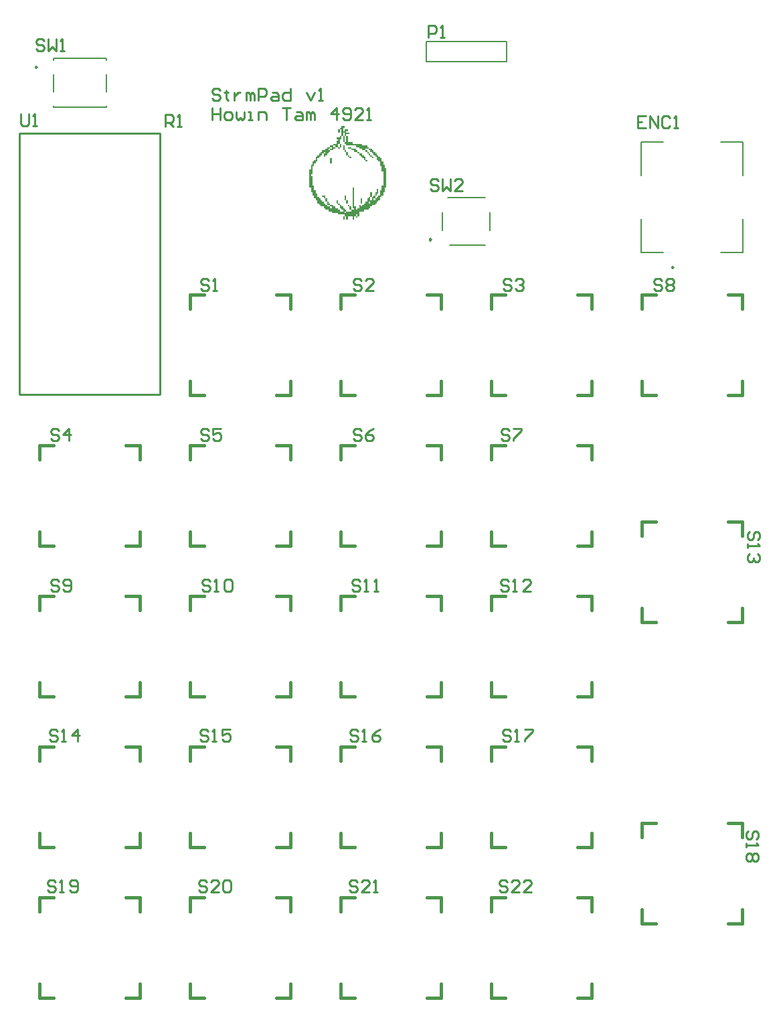
<source format=gto>
G04*
G04 #@! TF.GenerationSoftware,Altium Limited,Altium Designer,21.9.1 (22)*
G04*
G04 Layer_Color=65535*
%FSLAX25Y25*%
%MOIN*%
G70*
G04*
G04 #@! TF.SameCoordinates,29281BF1-B37C-4538-9C3D-308B06FF8435*
G04*
G04*
G04 #@! TF.FilePolarity,Positive*
G04*
G01*
G75*
%ADD10C,0.00984*%
%ADD11C,0.01500*%
%ADD12C,0.00787*%
%ADD13C,0.01000*%
G36*
X1673382Y916984D02*
Y916183D01*
X1672582D01*
Y916984D01*
Y917784D01*
X1673382D01*
Y916984D01*
D02*
G37*
G36*
X1674182Y913783D02*
Y912984D01*
X1673382D01*
Y912183D01*
Y911384D01*
Y910583D01*
X1674182D01*
Y909783D01*
Y908984D01*
X1673382D01*
Y909783D01*
Y910583D01*
X1672582D01*
Y909783D01*
Y908984D01*
X1673382D01*
Y908183D01*
X1672582D01*
Y908984D01*
X1670982D01*
Y909783D01*
X1670182D01*
Y910583D01*
X1671782D01*
Y911384D01*
Y912183D01*
X1672582D01*
Y912984D01*
X1671782D01*
Y913783D01*
X1673382D01*
Y914583D01*
X1674182D01*
Y913783D01*
D02*
G37*
G36*
X1675782Y918583D02*
X1674982D01*
Y917784D01*
Y916984D01*
X1675782D01*
Y917784D01*
X1677382D01*
Y916984D01*
X1676582D01*
Y916183D01*
X1678182D01*
Y915384D01*
X1676582D01*
Y914583D01*
X1677382D01*
Y913783D01*
Y912984D01*
Y912183D01*
Y911384D01*
X1679782D01*
Y910583D01*
X1684582D01*
Y909783D01*
X1686982D01*
Y908984D01*
X1687782D01*
Y908183D01*
X1689382D01*
Y907384D01*
X1690182D01*
Y906583D01*
X1690982D01*
Y905783D01*
X1691782D01*
Y904984D01*
X1692582D01*
Y904183D01*
X1693382D01*
Y903384D01*
X1694182D01*
Y902584D01*
Y901783D01*
X1694982D01*
Y900984D01*
Y900183D01*
X1695782D01*
Y899384D01*
Y898584D01*
X1696582D01*
Y897783D01*
Y896984D01*
Y896183D01*
Y895383D01*
Y894584D01*
Y893783D01*
Y892984D01*
Y892183D01*
Y891383D01*
Y890584D01*
Y889783D01*
Y888984D01*
X1695782D01*
Y888183D01*
Y887383D01*
Y886584D01*
X1694982D01*
Y885783D01*
Y884984D01*
X1694182D01*
Y884184D01*
X1693382D01*
Y883383D01*
Y882584D01*
X1692582D01*
Y881783D01*
X1691782D01*
Y880984D01*
X1690982D01*
Y880184D01*
X1689382D01*
Y879383D01*
X1688582D01*
Y878584D01*
X1687782D01*
Y877783D01*
X1685382D01*
Y876984D01*
X1682982D01*
Y876184D01*
Y875383D01*
Y874584D01*
X1682182D01*
Y875383D01*
X1681382D01*
Y874584D01*
X1682182D01*
Y873783D01*
X1681382D01*
Y874584D01*
X1680582D01*
Y873783D01*
Y872983D01*
X1679782D01*
Y873783D01*
Y874584D01*
X1677382D01*
Y873783D01*
Y872983D01*
X1676582D01*
Y873783D01*
Y874584D01*
X1675782D01*
Y875383D01*
X1672582D01*
Y876184D01*
X1669382D01*
Y876984D01*
X1667782D01*
Y877783D01*
X1666182D01*
Y878584D01*
X1665382D01*
Y879383D01*
X1663782D01*
Y880184D01*
X1662982D01*
Y880984D01*
X1662182D01*
Y881783D01*
Y882584D01*
X1661382D01*
Y883383D01*
X1660582D01*
Y884184D01*
Y884984D01*
X1659782D01*
Y885783D01*
Y886584D01*
X1658982D01*
Y887383D01*
Y888183D01*
Y888984D01*
X1658182D01*
Y889783D01*
Y890584D01*
Y891383D01*
Y892183D01*
Y892984D01*
Y893783D01*
Y894584D01*
Y895383D01*
Y896183D01*
Y896984D01*
Y897783D01*
X1658982D01*
Y898584D01*
Y899384D01*
Y900183D01*
X1659782D01*
Y900984D01*
Y901783D01*
X1660582D01*
Y902584D01*
X1661382D01*
Y903384D01*
Y904183D01*
X1662182D01*
Y904984D01*
X1662982D01*
Y905783D01*
X1663782D01*
Y906583D01*
X1664582D01*
Y907384D01*
X1666182D01*
Y908183D01*
X1666982D01*
Y908984D01*
X1668582D01*
Y908183D01*
X1669382D01*
Y908984D01*
X1668582D01*
Y909783D01*
X1670182D01*
Y908984D01*
X1670982D01*
Y908183D01*
X1670182D01*
Y907384D01*
X1668582D01*
Y908183D01*
X1667782D01*
Y907384D01*
X1668582D01*
Y906583D01*
X1667782D01*
Y905783D01*
X1666982D01*
Y904984D01*
X1666182D01*
Y904183D01*
X1665382D01*
Y904984D01*
Y905783D01*
X1664582D01*
Y904984D01*
X1663782D01*
Y904183D01*
X1662982D01*
Y903384D01*
X1662182D01*
Y902584D01*
Y901783D01*
X1661382D01*
Y900984D01*
X1660582D01*
Y900183D01*
Y899384D01*
X1659782D01*
Y898584D01*
Y897783D01*
Y896984D01*
Y896183D01*
Y895383D01*
X1658982D01*
Y894584D01*
X1659782D01*
Y893783D01*
Y892984D01*
Y892183D01*
Y891383D01*
Y890584D01*
Y889783D01*
X1660582D01*
Y888984D01*
Y888183D01*
Y887383D01*
X1661382D01*
Y886584D01*
Y885783D01*
X1662182D01*
Y884984D01*
Y884184D01*
X1662982D01*
Y883383D01*
X1663782D01*
Y882584D01*
X1664582D01*
Y881783D01*
X1665382D01*
Y880984D01*
X1666182D01*
Y880184D01*
X1666982D01*
Y879383D01*
X1668582D01*
Y878584D01*
X1669382D01*
Y879383D01*
X1668582D01*
Y880184D01*
X1666982D01*
Y880984D01*
Y881783D01*
X1666182D01*
Y882584D01*
Y883383D01*
X1665382D01*
Y884184D01*
X1664582D01*
Y884984D01*
X1666182D01*
Y884184D01*
Y883383D01*
X1666982D01*
Y882584D01*
Y881783D01*
X1667782D01*
Y880984D01*
X1668582D01*
Y880184D01*
X1670182D01*
Y879383D01*
X1670982D01*
Y878584D01*
X1672582D01*
Y877783D01*
X1673382D01*
Y876984D01*
X1674982D01*
Y877783D01*
X1674182D01*
Y878584D01*
X1673382D01*
Y879383D01*
Y880184D01*
X1672582D01*
Y880984D01*
X1671782D01*
Y881783D01*
Y882584D01*
X1672582D01*
Y881783D01*
Y880984D01*
X1673382D01*
Y880184D01*
X1674182D01*
Y879383D01*
X1674982D01*
Y878584D01*
X1675782D01*
Y877783D01*
X1676582D01*
Y876984D01*
X1678982D01*
Y877783D01*
X1678182D01*
Y878584D01*
Y879383D01*
X1677382D01*
Y880184D01*
X1678182D01*
Y879383D01*
X1678982D01*
Y878584D01*
Y877783D01*
X1680582D01*
Y878584D01*
X1679782D01*
Y879383D01*
Y880184D01*
Y880984D01*
Y881783D01*
Y882584D01*
Y883383D01*
Y884184D01*
Y884984D01*
Y885783D01*
Y886584D01*
Y887383D01*
Y888183D01*
Y888984D01*
X1680582D01*
Y888183D01*
Y887383D01*
Y886584D01*
Y885783D01*
Y884984D01*
Y884184D01*
Y883383D01*
Y882584D01*
Y881783D01*
Y880984D01*
Y880184D01*
Y879383D01*
X1681382D01*
Y878584D01*
Y877783D01*
X1682182D01*
Y878584D01*
X1682982D01*
Y879383D01*
Y880184D01*
X1683782D01*
Y879383D01*
X1684582D01*
Y880184D01*
X1685382D01*
Y880984D01*
X1686182D01*
Y881783D01*
X1686982D01*
Y882584D01*
Y883383D01*
X1687782D01*
Y884184D01*
X1688582D01*
Y883383D01*
Y882584D01*
X1689382D01*
Y883383D01*
Y884184D01*
X1688582D01*
Y884984D01*
Y885783D01*
Y886584D01*
X1689382D01*
Y885783D01*
Y884984D01*
Y884184D01*
X1690182D01*
Y884984D01*
X1690982D01*
Y884184D01*
Y883383D01*
X1691782D01*
Y884184D01*
X1692582D01*
Y884984D01*
X1693382D01*
Y885783D01*
Y886584D01*
Y887383D01*
X1694182D01*
Y888183D01*
Y888984D01*
Y889783D01*
X1694982D01*
Y890584D01*
Y891383D01*
Y892183D01*
Y892984D01*
Y893783D01*
Y894584D01*
Y895383D01*
Y896183D01*
Y896984D01*
X1694182D01*
Y897783D01*
Y898584D01*
Y899384D01*
X1693382D01*
Y900183D01*
Y900984D01*
Y901783D01*
X1692582D01*
Y902584D01*
X1691782D01*
Y903384D01*
Y904183D01*
X1690982D01*
Y904984D01*
X1690182D01*
Y905783D01*
X1689382D01*
Y906583D01*
X1688582D01*
Y907384D01*
X1687782D01*
Y908183D01*
X1686182D01*
Y907384D01*
X1686982D01*
Y906583D01*
X1687782D01*
Y905783D01*
X1688582D01*
Y904984D01*
X1689382D01*
Y904183D01*
X1690182D01*
Y903384D01*
X1689382D01*
Y904183D01*
X1688582D01*
Y904984D01*
X1687782D01*
Y905783D01*
X1686982D01*
Y906583D01*
X1686182D01*
Y907384D01*
X1684582D01*
Y908183D01*
X1682982D01*
Y908984D01*
X1681382D01*
Y909783D01*
X1676582D01*
Y910583D01*
X1675782D01*
Y911384D01*
X1674982D01*
Y912183D01*
Y912984D01*
Y913783D01*
Y914583D01*
X1674182D01*
Y915384D01*
Y916183D01*
Y916984D01*
Y917784D01*
X1673382D01*
Y918583D01*
X1674182D01*
Y919384D01*
X1675782D01*
Y918583D01*
D02*
G37*
G36*
Y908984D02*
Y908183D01*
Y907384D01*
X1676582D01*
Y906583D01*
X1677382D01*
Y905783D01*
Y904984D01*
X1678182D01*
Y904183D01*
X1678982D01*
Y903384D01*
X1678182D01*
Y904183D01*
X1677382D01*
Y904984D01*
X1676582D01*
Y905783D01*
Y906583D01*
X1675782D01*
Y907384D01*
X1674982D01*
Y908183D01*
Y908984D01*
Y909783D01*
X1675782D01*
Y908984D01*
D02*
G37*
G36*
X1678982Y908183D02*
X1681382D01*
Y907384D01*
X1682182D01*
Y906583D01*
X1682982D01*
Y905783D01*
X1684582D01*
Y904984D01*
X1685382D01*
Y904183D01*
X1686182D01*
Y903384D01*
Y902584D01*
X1686982D01*
Y901783D01*
X1686182D01*
Y902584D01*
X1685382D01*
Y903384D01*
X1684582D01*
Y904183D01*
X1683782D01*
Y904984D01*
X1682982D01*
Y905783D01*
X1682182D01*
Y906583D01*
X1680582D01*
Y907384D01*
X1678982D01*
Y908183D01*
X1677382D01*
Y908984D01*
X1678982D01*
Y908183D01*
D02*
G37*
G36*
X1669382Y902584D02*
Y901783D01*
Y900984D01*
X1668582D01*
Y901783D01*
Y902584D01*
Y903384D01*
X1669382D01*
Y902584D01*
D02*
G37*
G36*
X1692582Y887383D02*
Y886584D01*
Y885783D01*
X1691782D01*
Y884984D01*
X1690982D01*
Y885783D01*
Y886584D01*
X1691782D01*
Y887383D01*
Y888183D01*
X1692582D01*
Y887383D01*
D02*
G37*
G36*
X1684582Y882584D02*
Y881783D01*
Y880984D01*
X1683782D01*
Y881783D01*
Y882584D01*
Y883383D01*
X1684582D01*
Y882584D01*
D02*
G37*
G36*
X1676582Y884184D02*
Y883383D01*
Y882584D01*
X1677382D01*
Y881783D01*
Y880984D01*
X1676582D01*
Y881783D01*
Y882584D01*
X1675782D01*
Y883383D01*
Y884184D01*
Y884984D01*
X1676582D01*
Y884184D01*
D02*
G37*
G36*
X1675782Y873783D02*
Y872983D01*
X1674982D01*
Y873783D01*
Y874584D01*
X1675782D01*
Y873783D01*
D02*
G37*
%LPC*%
G36*
Y916183D02*
X1674982D01*
Y915384D01*
Y914583D01*
X1675782D01*
Y913783D01*
Y912984D01*
Y912183D01*
Y911384D01*
X1676582D01*
Y912183D01*
Y912984D01*
Y913783D01*
Y914583D01*
X1675782D01*
Y915384D01*
Y916183D01*
D02*
G37*
G36*
X1666182Y906583D02*
X1665382D01*
Y905783D01*
X1666182D01*
Y906583D01*
D02*
G37*
G36*
X1690982Y883383D02*
X1690182D01*
Y882584D01*
X1690982D01*
Y883383D01*
D02*
G37*
G36*
X1688582Y881783D02*
X1687782D01*
Y880984D01*
X1688582D01*
Y881783D01*
D02*
G37*
G36*
X1676582Y876984D02*
X1675782D01*
Y876184D01*
X1676582D01*
Y876984D01*
D02*
G37*
%LPD*%
D10*
X1839469Y849218D02*
X1838730Y849644D01*
Y848792D01*
X1839469Y849218D01*
X1718957Y863120D02*
X1718218Y863547D01*
Y862694D01*
X1718957Y863120D01*
X1522441Y948917D02*
X1521703Y949343D01*
Y948491D01*
X1522441Y948917D01*
D11*
X1866878Y572705D02*
X1873878D01*
X1823878D02*
X1830878D01*
X1823878Y565705D02*
Y572705D01*
Y522705D02*
Y529705D01*
Y522705D02*
X1830878D01*
X1866878D02*
X1873878D01*
Y529705D01*
Y565705D02*
Y572705D01*
X1748878Y528433D02*
Y535433D01*
Y485433D02*
Y492433D01*
Y485433D02*
X1755878D01*
X1791878D02*
X1798878D01*
Y492433D01*
Y528433D02*
Y535433D01*
X1791878D02*
X1798878D01*
X1748878D02*
X1755878D01*
X1673878Y528433D02*
Y535433D01*
Y485433D02*
Y492433D01*
Y485433D02*
X1680878D01*
X1716878D02*
X1723878D01*
Y492433D01*
Y528433D02*
Y535433D01*
X1716878D02*
X1723878D01*
X1673878D02*
X1680878D01*
X1598878Y528433D02*
Y535433D01*
Y485433D02*
Y492433D01*
Y485433D02*
X1605878D01*
X1641878D02*
X1648878D01*
Y492433D01*
Y528433D02*
Y535433D01*
X1641878D02*
X1648878D01*
X1598878D02*
X1605878D01*
X1523878Y528433D02*
Y535433D01*
Y485433D02*
Y492433D01*
Y485433D02*
X1530878D01*
X1566878D02*
X1573878D01*
Y492433D01*
Y528433D02*
Y535433D01*
X1566878D02*
X1573878D01*
X1523878D02*
X1530878D01*
X1523878Y603433D02*
Y610433D01*
Y560433D02*
Y567433D01*
Y560433D02*
X1530878D01*
X1566878D02*
X1573878D01*
Y567433D01*
Y603433D02*
Y610433D01*
X1566878D02*
X1573878D01*
X1523878D02*
X1530878D01*
X1598878Y603433D02*
Y610433D01*
Y560433D02*
Y567433D01*
Y560433D02*
X1605878D01*
X1641878D02*
X1648878D01*
Y567433D01*
Y603433D02*
Y610433D01*
X1641878D02*
X1648878D01*
X1598878D02*
X1605878D01*
X1673878Y603433D02*
Y610433D01*
Y560433D02*
Y567433D01*
Y560433D02*
X1680878D01*
X1716878D02*
X1723878D01*
Y567433D01*
Y603433D02*
Y610433D01*
X1716878D02*
X1723878D01*
X1673878D02*
X1680878D01*
X1748878Y603433D02*
Y610433D01*
Y560433D02*
Y567433D01*
Y560433D02*
X1755878D01*
X1791878D02*
X1798878D01*
Y567433D01*
Y603433D02*
Y610433D01*
X1791878D02*
X1798878D01*
X1748878D02*
X1755878D01*
X1748878Y678433D02*
Y685433D01*
Y635433D02*
Y642433D01*
Y635433D02*
X1755878D01*
X1791878D02*
X1798878D01*
Y642433D01*
Y678433D02*
Y685433D01*
X1791878D02*
X1798878D01*
X1748878D02*
X1755878D01*
X1673878Y678433D02*
Y685433D01*
Y635433D02*
Y642433D01*
Y635433D02*
X1680878D01*
X1716878D02*
X1723878D01*
Y642433D01*
Y678433D02*
Y685433D01*
X1716878D02*
X1723878D01*
X1673878D02*
X1680878D01*
X1598878Y678433D02*
Y685433D01*
Y635433D02*
Y642433D01*
Y635433D02*
X1605878D01*
X1641878D02*
X1648878D01*
Y642433D01*
Y678433D02*
Y685433D01*
X1641878D02*
X1648878D01*
X1598878D02*
X1605878D01*
X1523878Y678433D02*
Y685433D01*
Y635433D02*
Y642433D01*
Y635433D02*
X1530878D01*
X1566878D02*
X1573878D01*
Y642433D01*
Y678433D02*
Y685433D01*
X1566878D02*
X1573878D01*
X1523878D02*
X1530878D01*
X1523878Y760433D02*
X1530878D01*
X1566878D02*
X1573878D01*
Y753433D02*
Y760433D01*
Y710433D02*
Y717433D01*
X1566878Y710433D02*
X1573878D01*
X1523878D02*
X1530878D01*
X1523878D02*
Y717433D01*
Y753433D02*
Y760433D01*
X1598878Y753433D02*
Y760433D01*
Y710433D02*
Y717433D01*
Y710433D02*
X1605878D01*
X1641878D02*
X1648878D01*
Y717433D01*
Y753433D02*
Y760433D01*
X1641878D02*
X1648878D01*
X1598878D02*
X1605878D01*
X1673878Y753433D02*
Y760433D01*
Y710433D02*
Y717433D01*
Y710433D02*
X1680878D01*
X1716878D02*
X1723878D01*
Y717433D01*
Y753433D02*
Y760433D01*
X1716878D02*
X1723878D01*
X1673878D02*
X1680878D01*
X1748878Y753433D02*
Y760433D01*
Y710433D02*
Y717433D01*
Y710433D02*
X1755878D01*
X1791878D02*
X1798878D01*
Y717433D01*
Y753433D02*
Y760433D01*
X1791878D02*
X1798878D01*
X1748878D02*
X1755878D01*
X1866878Y722705D02*
X1873878D01*
X1823878D02*
X1830878D01*
X1823878Y715705D02*
Y722705D01*
Y672705D02*
Y679705D01*
Y672705D02*
X1830878D01*
X1866878D02*
X1873878D01*
Y679705D01*
Y715705D02*
Y722705D01*
X1823878Y835433D02*
X1830878D01*
X1866878D02*
X1873878D01*
Y828433D02*
Y835433D01*
Y785433D02*
Y792433D01*
X1866878Y785433D02*
X1873878D01*
X1823878D02*
X1830878D01*
X1823878D02*
Y792433D01*
Y828433D02*
Y835433D01*
X1748878D02*
X1755878D01*
X1791878D02*
X1798878D01*
Y828433D02*
Y835433D01*
Y785433D02*
Y792433D01*
X1791878Y785433D02*
X1798878D01*
X1748878D02*
X1755878D01*
X1748878D02*
Y792433D01*
Y828433D02*
Y835433D01*
X1673878D02*
X1680878D01*
X1716878D02*
X1723878D01*
Y828433D02*
Y835433D01*
Y785433D02*
Y792433D01*
X1716878Y785433D02*
X1723878D01*
X1673878D02*
X1680878D01*
X1673878D02*
Y792433D01*
Y828433D02*
Y835433D01*
X1598878D02*
X1605878D01*
X1641878D02*
X1648878D01*
Y828433D02*
Y835433D01*
Y785433D02*
Y792433D01*
X1641878Y785433D02*
X1648878D01*
X1598878D02*
X1605878D01*
X1598878D02*
Y792433D01*
Y828433D02*
Y835433D01*
D12*
X1823425Y894789D02*
Y911423D01*
Y856699D02*
Y873333D01*
X1863189Y856699D02*
X1874213D01*
X1823425D02*
X1834449D01*
X1874213Y894789D02*
Y911423D01*
Y856699D02*
Y873333D01*
X1863189Y911423D02*
X1874213D01*
X1823425D02*
X1834449D01*
X1756378Y951595D02*
Y961594D01*
X1716378Y951595D02*
X1756378D01*
X1716378Y961594D02*
X1756378D01*
X1716378Y951595D02*
Y961594D01*
X1748189Y867542D02*
Y876416D01*
X1727016Y883790D02*
X1745740D01*
X1724567Y867648D02*
Y876416D01*
X1728110Y860168D02*
X1745740D01*
X1530709Y952264D02*
Y953150D01*
Y936516D02*
Y945374D01*
Y928740D02*
Y929626D01*
Y928740D02*
X1557087D01*
Y952264D02*
Y953150D01*
Y936516D02*
Y945374D01*
Y928740D02*
Y929626D01*
X1530709Y953150D02*
X1557087D01*
D13*
X1513878Y785886D02*
Y915886D01*
Y785886D02*
X1583878D01*
Y915886D01*
X1513878D02*
X1583878D01*
X1613660Y937053D02*
X1612660Y938052D01*
X1610661D01*
X1609661Y937053D01*
Y936053D01*
X1610661Y935053D01*
X1612660D01*
X1613660Y934054D01*
Y933054D01*
X1612660Y932054D01*
X1610661D01*
X1609661Y933054D01*
X1616659Y937053D02*
Y936053D01*
X1615660D01*
X1617659D01*
X1616659D01*
Y933054D01*
X1617659Y932054D01*
X1620658Y936053D02*
Y932054D01*
Y934054D01*
X1621658Y935053D01*
X1622657Y936053D01*
X1623657D01*
X1626656Y932054D02*
Y936053D01*
X1627656D01*
X1628655Y935053D01*
Y932054D01*
Y935053D01*
X1629655Y936053D01*
X1630655Y935053D01*
Y932054D01*
X1632654D02*
Y938052D01*
X1635653D01*
X1636653Y937053D01*
Y935053D01*
X1635653Y934054D01*
X1632654D01*
X1639652Y936053D02*
X1641651D01*
X1642651Y935053D01*
Y932054D01*
X1639652D01*
X1638652Y933054D01*
X1639652Y934054D01*
X1642651D01*
X1648649Y938052D02*
Y932054D01*
X1645650D01*
X1644650Y933054D01*
Y935053D01*
X1645650Y936053D01*
X1648649D01*
X1656646D02*
X1658646Y932054D01*
X1660645Y936053D01*
X1662644Y932054D02*
X1664644D01*
X1663644D01*
Y938052D01*
X1662644Y937053D01*
X1609661Y928455D02*
Y922457D01*
Y925456D01*
X1613660D01*
Y928455D01*
Y922457D01*
X1616659D02*
X1618658D01*
X1619658Y923456D01*
Y925456D01*
X1618658Y926455D01*
X1616659D01*
X1615660Y925456D01*
Y923456D01*
X1616659Y922457D01*
X1621658Y926455D02*
Y923456D01*
X1622657Y922457D01*
X1623657Y923456D01*
X1624657Y922457D01*
X1625656Y923456D01*
Y926455D01*
X1627656Y922457D02*
X1629655D01*
X1628655D01*
Y926455D01*
X1627656D01*
X1632654Y922457D02*
Y926455D01*
X1635653D01*
X1636653Y925456D01*
Y922457D01*
X1644650Y928455D02*
X1648649D01*
X1646650D01*
Y922457D01*
X1651648Y926455D02*
X1653647D01*
X1654647Y925456D01*
Y922457D01*
X1651648D01*
X1650648Y923456D01*
X1651648Y924456D01*
X1654647D01*
X1656646Y922457D02*
Y926455D01*
X1657646D01*
X1658646Y925456D01*
Y922457D01*
Y925456D01*
X1659645Y926455D01*
X1660645Y925456D01*
Y922457D01*
X1671641D02*
Y928455D01*
X1668642Y925456D01*
X1672641D01*
X1674640Y923456D02*
X1675640Y922457D01*
X1677639D01*
X1678639Y923456D01*
Y927455D01*
X1677639Y928455D01*
X1675640D01*
X1674640Y927455D01*
Y926455D01*
X1675640Y925456D01*
X1678639D01*
X1684637Y922457D02*
X1680639D01*
X1684637Y926455D01*
Y927455D01*
X1683637Y928455D01*
X1681638D01*
X1680639Y927455D01*
X1686637Y922457D02*
X1688636D01*
X1687636D01*
Y928455D01*
X1686637Y927455D01*
X1514400Y925398D02*
Y920400D01*
X1515400Y919400D01*
X1517399D01*
X1518399Y920400D01*
Y925398D01*
X1520398Y919400D02*
X1522397D01*
X1521398D01*
Y925398D01*
X1520398Y924398D01*
X1586454Y919147D02*
Y925145D01*
X1589453D01*
X1590453Y924145D01*
Y922146D01*
X1589453Y921146D01*
X1586454D01*
X1588453D02*
X1590453Y919147D01*
X1592452D02*
X1594452D01*
X1593452D01*
Y925145D01*
X1592452Y924145D01*
X1722499Y892298D02*
X1721499Y893298D01*
X1719500D01*
X1718500Y892298D01*
Y891299D01*
X1719500Y890299D01*
X1721499D01*
X1722499Y889299D01*
Y888300D01*
X1721499Y887300D01*
X1719500D01*
X1718500Y888300D01*
X1724498Y893298D02*
Y887300D01*
X1726497Y889299D01*
X1728497Y887300D01*
Y893298D01*
X1734495Y887300D02*
X1730496D01*
X1734495Y891299D01*
Y892298D01*
X1733495Y893298D01*
X1731496D01*
X1730496Y892298D01*
X1833646Y842550D02*
X1832646Y843550D01*
X1830647D01*
X1829647Y842550D01*
Y841551D01*
X1830647Y840551D01*
X1832646D01*
X1833646Y839552D01*
Y838552D01*
X1832646Y837552D01*
X1830647D01*
X1829647Y838552D01*
X1835645Y842550D02*
X1836645Y843550D01*
X1838644D01*
X1839644Y842550D01*
Y841551D01*
X1838644Y840551D01*
X1839644Y839552D01*
Y838552D01*
X1838644Y837552D01*
X1836645D01*
X1835645Y838552D01*
Y839552D01*
X1836645Y840551D01*
X1835645Y841551D01*
Y842550D01*
X1836645Y840551D02*
X1838644D01*
X1608268Y842550D02*
X1607268Y843550D01*
X1605269D01*
X1604269Y842550D01*
Y841551D01*
X1605269Y840551D01*
X1607268D01*
X1608268Y839552D01*
Y838552D01*
X1607268Y837552D01*
X1605269D01*
X1604269Y838552D01*
X1610267Y837552D02*
X1612266D01*
X1611267D01*
Y843550D01*
X1610267Y842550D01*
X1825899Y924498D02*
X1821900D01*
Y918500D01*
X1825899D01*
X1821900Y921499D02*
X1823899D01*
X1827898Y918500D02*
Y924498D01*
X1831897Y918500D01*
Y924498D01*
X1837895Y923498D02*
X1836895Y924498D01*
X1834896D01*
X1833896Y923498D01*
Y919500D01*
X1834896Y918500D01*
X1836895D01*
X1837895Y919500D01*
X1839894Y918500D02*
X1841894D01*
X1840894D01*
Y924498D01*
X1839894Y923498D01*
X1525999Y961898D02*
X1524999Y962898D01*
X1523000D01*
X1522000Y961898D01*
Y960899D01*
X1523000Y959899D01*
X1524999D01*
X1525999Y958899D01*
Y957900D01*
X1524999Y956900D01*
X1523000D01*
X1522000Y957900D01*
X1527998Y962898D02*
Y956900D01*
X1529997Y958899D01*
X1531997Y956900D01*
Y962898D01*
X1533996Y956900D02*
X1535995D01*
X1534996D01*
Y962898D01*
X1533996Y961898D01*
X1756828Y543338D02*
X1755828Y544338D01*
X1753829D01*
X1752829Y543338D01*
Y542338D01*
X1753829Y541339D01*
X1755828D01*
X1756828Y540339D01*
Y539339D01*
X1755828Y538340D01*
X1753829D01*
X1752829Y539339D01*
X1762826Y538340D02*
X1758827D01*
X1762826Y542338D01*
Y543338D01*
X1761827Y544338D01*
X1759827D01*
X1758827Y543338D01*
X1768824Y538340D02*
X1764825D01*
X1768824Y542338D01*
Y543338D01*
X1767825Y544338D01*
X1765825D01*
X1764825Y543338D01*
X1682040D02*
X1681041Y544338D01*
X1679041D01*
X1678042Y543338D01*
Y542338D01*
X1679041Y541339D01*
X1681041D01*
X1682040Y540339D01*
Y539339D01*
X1681041Y538340D01*
X1679041D01*
X1678042Y539339D01*
X1688038Y538340D02*
X1684040D01*
X1688038Y542338D01*
Y543338D01*
X1687039Y544338D01*
X1685039D01*
X1684040Y543338D01*
X1690038Y538340D02*
X1692037D01*
X1691037D01*
Y544338D01*
X1690038Y543338D01*
X1607222D02*
X1606222Y544338D01*
X1604223D01*
X1603223Y543338D01*
Y542338D01*
X1604223Y541339D01*
X1606222D01*
X1607222Y540339D01*
Y539339D01*
X1606222Y538340D01*
X1604223D01*
X1603223Y539339D01*
X1613220Y538340D02*
X1609221D01*
X1613220Y542338D01*
Y543338D01*
X1612220Y544338D01*
X1610221D01*
X1609221Y543338D01*
X1615219D02*
X1616219Y544338D01*
X1618218D01*
X1619218Y543338D01*
Y539339D01*
X1618218Y538340D01*
X1616219D01*
X1615219Y539339D01*
Y543338D01*
X1531934D02*
X1530935Y544338D01*
X1528935D01*
X1527936Y543338D01*
Y542338D01*
X1528935Y541339D01*
X1530935D01*
X1531934Y540339D01*
Y539339D01*
X1530935Y538340D01*
X1528935D01*
X1527936Y539339D01*
X1533934Y538340D02*
X1535933D01*
X1534933D01*
Y544338D01*
X1533934Y543338D01*
X1538932Y539339D02*
X1539932Y538340D01*
X1541931D01*
X1542931Y539339D01*
Y543338D01*
X1541931Y544338D01*
X1539932D01*
X1538932Y543338D01*
Y542338D01*
X1539932Y541339D01*
X1542931D01*
X1880928Y564452D02*
X1881928Y565451D01*
Y567451D01*
X1880928Y568450D01*
X1879929D01*
X1878929Y567451D01*
Y565451D01*
X1877929Y564452D01*
X1876930D01*
X1875930Y565451D01*
Y567451D01*
X1876930Y568450D01*
X1875930Y562452D02*
Y560453D01*
Y561453D01*
X1881928D01*
X1880928Y562452D01*
Y557454D02*
X1881928Y556454D01*
Y554455D01*
X1880928Y553455D01*
X1879929D01*
X1878929Y554455D01*
X1877929Y553455D01*
X1876930D01*
X1875930Y554455D01*
Y556454D01*
X1876930Y557454D01*
X1877929D01*
X1878929Y556454D01*
X1879929Y557454D01*
X1880928D01*
X1878929Y556454D02*
Y554455D01*
X1758312Y618141D02*
X1757313Y619141D01*
X1755313D01*
X1754313Y618141D01*
Y617141D01*
X1755313Y616142D01*
X1757313D01*
X1758312Y615142D01*
Y614142D01*
X1757313Y613143D01*
X1755313D01*
X1754313Y614142D01*
X1760312Y613143D02*
X1762311D01*
X1761311D01*
Y619141D01*
X1760312Y618141D01*
X1765310Y619141D02*
X1769309D01*
Y618141D01*
X1765310Y614142D01*
Y613143D01*
X1682525Y618141D02*
X1681525Y619141D01*
X1679526D01*
X1678526Y618141D01*
Y617141D01*
X1679526Y616142D01*
X1681525D01*
X1682525Y615142D01*
Y614142D01*
X1681525Y613143D01*
X1679526D01*
X1678526Y614142D01*
X1684524Y613143D02*
X1686523D01*
X1685524D01*
Y619141D01*
X1684524Y618141D01*
X1693521Y619141D02*
X1691522Y618141D01*
X1689523Y616142D01*
Y614142D01*
X1690522Y613143D01*
X1692521D01*
X1693521Y614142D01*
Y615142D01*
X1692521Y616142D01*
X1689523D01*
X1607722Y618141D02*
X1606722Y619141D01*
X1604723D01*
X1603723Y618141D01*
Y617141D01*
X1604723Y616142D01*
X1606722D01*
X1607722Y615142D01*
Y614142D01*
X1606722Y613143D01*
X1604723D01*
X1603723Y614142D01*
X1609721Y613143D02*
X1611720D01*
X1610721D01*
Y619141D01*
X1609721Y618141D01*
X1618718Y619141D02*
X1614719D01*
Y616142D01*
X1616719Y617141D01*
X1617718D01*
X1618718Y616142D01*
Y614142D01*
X1617718Y613143D01*
X1615719D01*
X1614719Y614142D01*
X1532918Y618141D02*
X1531919Y619141D01*
X1529919D01*
X1528920Y618141D01*
Y617141D01*
X1529919Y616142D01*
X1531919D01*
X1532918Y615142D01*
Y614142D01*
X1531919Y613143D01*
X1529919D01*
X1528920Y614142D01*
X1534918Y613143D02*
X1536917D01*
X1535917D01*
Y619141D01*
X1534918Y618141D01*
X1542915Y613143D02*
Y619141D01*
X1539916Y616142D01*
X1543915D01*
X1881519Y713467D02*
X1882519Y714467D01*
Y716466D01*
X1881519Y717466D01*
X1880519D01*
X1879520Y716466D01*
Y714467D01*
X1878520Y713467D01*
X1877520D01*
X1876521Y714467D01*
Y716466D01*
X1877520Y717466D01*
X1876521Y711468D02*
Y709469D01*
Y710468D01*
X1882519D01*
X1881519Y711468D01*
Y706470D02*
X1882519Y705470D01*
Y703471D01*
X1881519Y702471D01*
X1880519D01*
X1879520Y703471D01*
Y704470D01*
Y703471D01*
X1878520Y702471D01*
X1877520D01*
X1876521Y703471D01*
Y705470D01*
X1877520Y706470D01*
X1757328Y692944D02*
X1756328Y693944D01*
X1754329D01*
X1753329Y692944D01*
Y691945D01*
X1754329Y690945D01*
X1756328D01*
X1757328Y689945D01*
Y688945D01*
X1756328Y687946D01*
X1754329D01*
X1753329Y688945D01*
X1759327Y687946D02*
X1761327D01*
X1760327D01*
Y693944D01*
X1759327Y692944D01*
X1768324Y687946D02*
X1764326D01*
X1768324Y691945D01*
Y692944D01*
X1767325Y693944D01*
X1765325D01*
X1764326Y692944D01*
X1683524D02*
X1682525Y693944D01*
X1680525D01*
X1679526Y692944D01*
Y691945D01*
X1680525Y690945D01*
X1682525D01*
X1683524Y689945D01*
Y688945D01*
X1682525Y687946D01*
X1680525D01*
X1679526Y688945D01*
X1685524Y687946D02*
X1687523D01*
X1686523D01*
Y693944D01*
X1685524Y692944D01*
X1690522Y687946D02*
X1692521D01*
X1691522D01*
Y693944D01*
X1690522Y692944D01*
X1608706D02*
X1607706Y693944D01*
X1605707D01*
X1604707Y692944D01*
Y691945D01*
X1605707Y690945D01*
X1607706D01*
X1608706Y689945D01*
Y688945D01*
X1607706Y687946D01*
X1605707D01*
X1604707Y688945D01*
X1610705Y687946D02*
X1612705D01*
X1611705D01*
Y693944D01*
X1610705Y692944D01*
X1615704D02*
X1616703Y693944D01*
X1618703D01*
X1619702Y692944D01*
Y688945D01*
X1618703Y687946D01*
X1616703D01*
X1615704Y688945D01*
Y692944D01*
X1533449D02*
X1532450Y693944D01*
X1530450D01*
X1529450Y692944D01*
Y691945D01*
X1530450Y690945D01*
X1532450D01*
X1533449Y689945D01*
Y688945D01*
X1532450Y687946D01*
X1530450D01*
X1529450Y688945D01*
X1535448D02*
X1536448Y687946D01*
X1538447D01*
X1539447Y688945D01*
Y692944D01*
X1538447Y693944D01*
X1536448D01*
X1535448Y692944D01*
Y691945D01*
X1536448Y690945D01*
X1539447D01*
X1757859Y767747D02*
X1756859Y768747D01*
X1754860D01*
X1753860Y767747D01*
Y766748D01*
X1754860Y765748D01*
X1756859D01*
X1757859Y764748D01*
Y763749D01*
X1756859Y762749D01*
X1754860D01*
X1753860Y763749D01*
X1759858Y768747D02*
X1763857D01*
Y767747D01*
X1759858Y763749D01*
Y762749D01*
X1684040Y767747D02*
X1683040Y768747D01*
X1681041D01*
X1680041Y767747D01*
Y766748D01*
X1681041Y765748D01*
X1683040D01*
X1684040Y764748D01*
Y763749D01*
X1683040Y762749D01*
X1681041D01*
X1680041Y763749D01*
X1690038Y768747D02*
X1688038Y767747D01*
X1686039Y765748D01*
Y763749D01*
X1687039Y762749D01*
X1689038D01*
X1690038Y763749D01*
Y764748D01*
X1689038Y765748D01*
X1686039D01*
X1608252Y767747D02*
X1607253Y768747D01*
X1605253D01*
X1604254Y767747D01*
Y766748D01*
X1605253Y765748D01*
X1607253D01*
X1608252Y764748D01*
Y763749D01*
X1607253Y762749D01*
X1605253D01*
X1604254Y763749D01*
X1614250Y768747D02*
X1610252D01*
Y765748D01*
X1612251Y766748D01*
X1613251D01*
X1614250Y765748D01*
Y763749D01*
X1613251Y762749D01*
X1611251D01*
X1610252Y763749D01*
X1533449Y767747D02*
X1532450Y768747D01*
X1530450D01*
X1529450Y767747D01*
Y766748D01*
X1530450Y765748D01*
X1532450D01*
X1533449Y764748D01*
Y763749D01*
X1532450Y762749D01*
X1530450D01*
X1529450Y763749D01*
X1538447Y762749D02*
Y768747D01*
X1535448Y765748D01*
X1539447D01*
X1758843Y842550D02*
X1757843Y843550D01*
X1755844D01*
X1754844Y842550D01*
Y841551D01*
X1755844Y840551D01*
X1757843D01*
X1758843Y839552D01*
Y838552D01*
X1757843Y837552D01*
X1755844D01*
X1754844Y838552D01*
X1760842Y842550D02*
X1761842Y843550D01*
X1763841D01*
X1764841Y842550D01*
Y841551D01*
X1763841Y840551D01*
X1762841D01*
X1763841D01*
X1764841Y839552D01*
Y838552D01*
X1763841Y837552D01*
X1761842D01*
X1760842Y838552D01*
X1684040Y842550D02*
X1683040Y843550D01*
X1681041D01*
X1680041Y842550D01*
Y841551D01*
X1681041Y840551D01*
X1683040D01*
X1684040Y839552D01*
Y838552D01*
X1683040Y837552D01*
X1681041D01*
X1680041Y838552D01*
X1690038Y837552D02*
X1686039D01*
X1690038Y841551D01*
Y842550D01*
X1689038Y843550D01*
X1687039D01*
X1686039Y842550D01*
X1717458Y963536D02*
Y969534D01*
X1720457D01*
X1721457Y968535D01*
Y966535D01*
X1720457Y965536D01*
X1717458D01*
X1723456Y963536D02*
X1725455D01*
X1724456D01*
Y969534D01*
X1723456Y968535D01*
M02*

</source>
